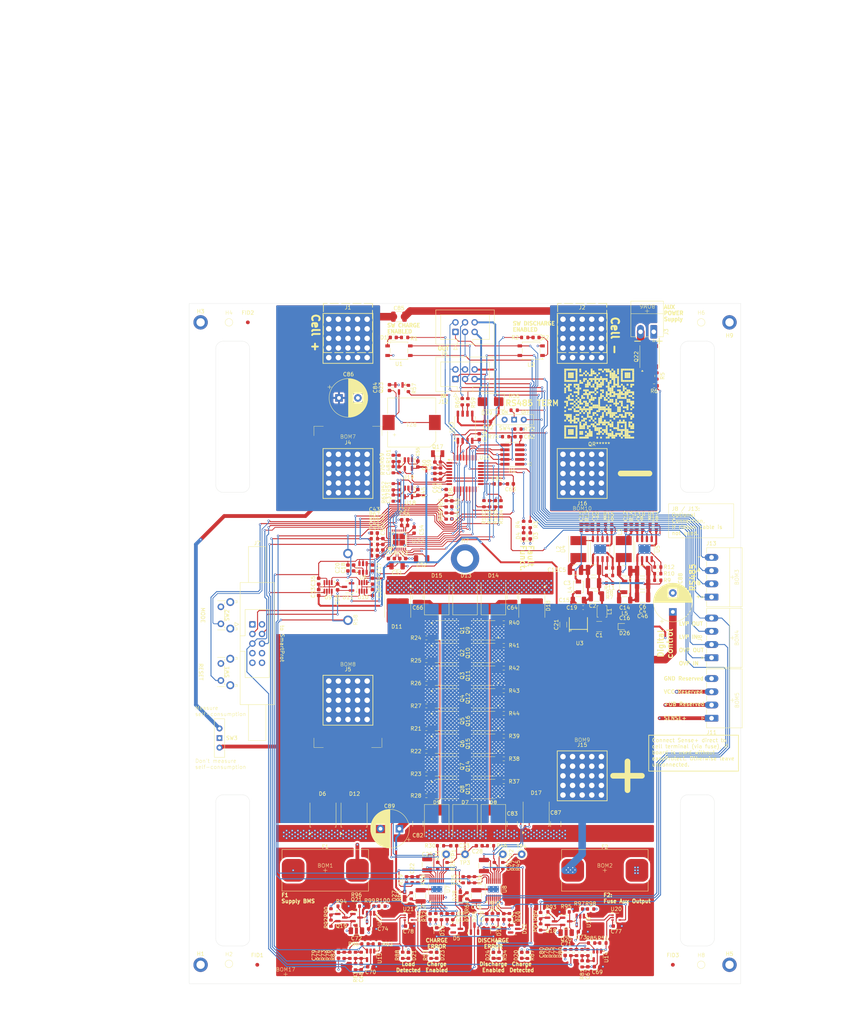
<source format=kicad_pcb>
(kicad_pcb
	(version 20241229)
	(generator "pcbnew")
	(generator_version "9.0")
	(general
		(thickness 1.74)
		(legacy_teardrops no)
	)
	(paper "A3" portrait)
	(layers
		(0 "F.Cu" signal)
		(4 "In1.Cu" signal)
		(6 "In2.Cu" signal)
		(8 "In3.Cu" signal)
		(10 "In4.Cu" signal)
		(2 "B.Cu" signal)
		(9 "F.Adhes" user "F.Adhesive")
		(11 "B.Adhes" user "B.Adhesive")
		(13 "F.Paste" user)
		(15 "B.Paste" user)
		(5 "F.SilkS" user "F.Silkscreen")
		(7 "B.SilkS" user "B.Silkscreen")
		(1 "F.Mask" user)
		(3 "B.Mask" user)
		(17 "Dwgs.User" user "User.Drawings")
		(19 "Cmts.User" user "User.Comments")
		(21 "Eco1.User" user "User.Eco1")
		(23 "Eco2.User" user "User.Eco2")
		(25 "Edge.Cuts" user)
		(27 "Margin" user)
		(31 "F.CrtYd" user "F.Courtyard")
		(29 "B.CrtYd" user "B.Courtyard")
		(35 "F.Fab" user)
		(33 "B.Fab" user)
		(39 "User.1" user)
		(41 "User.2" user "User.2 -Bemaßung")
		(43 "User.3" user "User.3 - Heatsink")
		(45 "User.4" user)
		(47 "User.5" user)
		(49 "User.6" user)
		(51 "User.7" user)
		(53 "User.8" user)
		(55 "User.9" user)
	)
	(setup
		(stackup
			(layer "F.SilkS"
				(type "Top Silk Screen")
			)
			(layer "F.Paste"
				(type "Top Solder Paste")
			)
			(layer "F.Mask"
				(type "Top Solder Mask")
				(color "Red")
				(thickness 0.01)
			)
			(layer "F.Cu"
				(type "copper")
				(thickness 0.07)
			)
			(layer "dielectric 1"
				(type "prepreg")
				(thickness 0.1)
				(material "FR4")
				(epsilon_r 4.5)
				(loss_tangent 0.02)
			)
			(layer "In1.Cu"
				(type "copper")
				(thickness 0.07)
			)
			(layer "dielectric 2"
				(type "core")
				(thickness 0.535)
				(material "FR4")
				(epsilon_r 4.5)
				(loss_tangent 0.02)
			)
			(layer "In2.Cu"
				(type "copper")
				(thickness 0.07)
			)
			(layer "dielectric 3"
				(type "prepreg")
				(thickness 0.1)
				(material "FR4")
				(epsilon_r 4.5)
				(loss_tangent 0.02)
			)
			(layer "In3.Cu"
				(type "copper")
				(thickness 0.035)
			)
			(layer "dielectric 4"
				(type "core")
				(thickness 0.535)
				(material "FR4")
				(epsilon_r 4.5)
				(loss_tangent 0.02)
			)
			(layer "In4.Cu"
				(type "copper")
				(thickness 0.035)
			)
			(layer "dielectric 5"
				(type "prepreg")
				(thickness 0.1)
				(material "FR4")
				(epsilon_r 4.5)
				(loss_tangent 0.02)
			)
			(layer "B.Cu"
				(type "copper")
				(thickness 0.07)
			)
			(layer "B.Mask"
				(type "Bottom Solder Mask")
				(thickness 0.01)
			)
			(layer "B.Paste"
				(type "Bottom Solder Paste")
			)
			(layer "B.SilkS"
				(type "Bottom Silk Screen")
			)
			(copper_finish "None")
			(dielectric_constraints no)
		)
		(pad_to_mask_clearance 0)
		(allow_soldermask_bridges_in_footprints no)
		(tenting front back)
		(aux_axis_origin 100 120)
		(grid_origin 173 120)
		(pcbplotparams
			(layerselection 0x00000000_00000000_55555555_5755f5ff)
			(plot_on_all_layers_selection 0x00000000_00000000_00000000_00000000)
			(disableapertmacros no)
			(usegerberextensions no)
			(usegerberattributes yes)
			(usegerberadvancedattributes yes)
			(creategerberjobfile yes)
			(dashed_line_dash_ratio 12.000000)
			(dashed_line_gap_ratio 3.000000)
			(svgprecision 4)
			(plotframeref no)
			(mode 1)
			(useauxorigin no)
			(hpglpennumber 1)
			(hpglpenspeed 20)
			(hpglpendiameter 15.000000)
			(pdf_front_fp_property_popups yes)
			(pdf_back_fp_property_popups yes)
			(pdf_metadata yes)
			(pdf_single_document no)
			(dxfpolygonmode yes)
			(dxfimperialunits yes)
			(dxfusepcbnewfont yes)
			(psnegative no)
			(psa4output no)
			(plot_black_and_white yes)
			(plotinvisibletext no)
			(sketchpadsonfab no)
			(plotpadnumbers no)
			(hidednponfab no)
			(sketchdnponfab yes)
			(crossoutdnponfab yes)
			(subtractmaskfromsilk no)
			(outputformat 1)
			(mirror no)
			(drillshape 1)
			(scaleselection 1)
			(outputdirectory "")
		)
	)
	(net 0 "")
	(net 1 "Net-(D1-K)")
	(net 2 "GND")
	(net 3 "Net-(D2-K)")
	(net 4 "VCC")
	(net 5 "Net-(D1-A)")
	(net 6 "BAT+CONTROLED")
	(net 7 "Net-(C10-Pad1)")
	(net 8 "5V5")
	(net 9 "Net-(U3-SS)")
	(net 10 "5V0")
	(net 11 "VREF")
	(net 12 "/ps/in")
	(net 13 "Net-(J3-2)")
	(net 14 "/greenMeter/ISENSE_FAST+")
	(net 15 "/greenMeter/ISENSE_PREZ+")
	(net 16 "/greenMeter/ISENSE_PREZ-")
	(net 17 "Net-(Q4-G)")
	(net 18 "/greenMeter/ISENSE_FAST-")
	(net 19 "Net-(Q5-G)")
	(net 20 "Net-(Q6-G)")
	(net 21 "Net-(Q7-G)")
	(net 22 "Net-(Q8-G)")
	(net 23 "Net-(U18-+IN)")
	(net 24 "Net-(D4-A)")
	(net 25 "Net-(J3-1)")
	(net 26 "/greenMeter/RS485_D")
	(net 27 "Net-(U19-+IN)")
	(net 28 "Net-(U22-CAPN)")
	(net 29 "/greenMeter/RS485_R")
	(net 30 "/greenMeter/SPI1_MOSI")
	(net 31 "/greenMeter/ADC_START")
	(net 32 "/greenMeter/SPI1_MISO")
	(net 33 "/greenMeter/ADC_DRDY")
	(net 34 "/greenMeter/ADC_RESET")
	(net 35 "/greenMeter/ADC_CS")
	(net 36 "/greenMeter/SPI1_SCK")
	(net 37 "/OVP_IN")
	(net 38 "/chargeControl/SNS+")
	(net 39 "/chargeControl/SNS-")
	(net 40 "/LVP_IN")
	(net 41 "/OVP_OUT")
	(net 42 "/LVP_OUT")
	(net 43 "Net-(Q1-G)")
	(net 44 "Net-(Q2-G)")
	(net 45 "Net-(Q3-G)")
	(net 46 "/greenMeter/CHARGE_ENABLED")
	(net 47 "/greenMeter/DISCHARGE_ENABLED")
	(net 48 "/greenMeter/AUX_EN")
	(net 49 "/greenMeter/ISENSE+")
	(net 50 "/greenMeter/ISENSE-")
	(net 51 "/greenMeter/SWCLK")
	(net 52 "/switchControl/CHG_DETECTED")
	(net 53 "Net-(U16--)")
	(net 54 "/switchControl/LOAD_DETECTED")
	(net 55 "unconnected-(J7-Pin_7-Pad7)")
	(net 56 "/greenMeter/USENSE_SHUNT_BUF")
	(net 57 "/greenMeter/USENSE+_BUF")
	(net 58 "/greenMeter/SWDIO")
	(net 59 "/CHARGE_CONTROL")
	(net 60 "Net-(Q22-G)")
	(net 61 "Net-(U12-PA10{slash}NC)")
	(net 62 "Net-(Q13-G)")
	(net 63 "Net-(Q14-G)")
	(net 64 "Net-(Q15-G)")
	(net 65 "Net-(Q16-G)")
	(net 66 "/BUS_+5V")
	(net 67 "Net-(U4-VIN)")
	(net 68 "Net-(U4-BST)")
	(net 69 "Net-(U4-SW)")
	(net 70 "Net-(U5-SW)")
	(net 71 "Net-(U5-BST)")
	(net 72 "Net-(C11-Pad1)")
	(net 73 "Net-(U4-FB)")
	(net 74 "Net-(U5-FB)")
	(net 75 "Net-(C11-Pad2)")
	(net 76 "Net-(C12-Pad2)")
	(net 77 "Net-(U6-FILTER)")
	(net 78 "Net-(U7-SNS-)")
	(net 79 "Net-(C23-Pad1)")
	(net 80 "Net-(U7-TIMER)")
	(net 81 "Net-(U8-SNS-)")
	(net 82 "Net-(U8-TIMER)")
	(net 83 "Net-(U22-CAPP)")
	(net 84 "Net-(U12-PC14)")
	(net 85 "Net-(U12-PC15)")
	(net 86 "Net-(U12-PC6)")
	(net 87 "Net-(Q20-C)")
	(net 88 "Net-(Q21-C)")
	(net 89 "Net-(D2-A)")
	(net 90 "Net-(D3-A)")
	(net 91 "/BUS_GND")
	(net 92 "/BUS_B")
	(net 93 "Net-(D10-K)")
	(net 94 "Net-(D16-K)")
	(net 95 "Net-(D20-A)")
	(net 96 "Net-(D21-A)")
	(net 97 "/BUS_A")
	(net 98 "/chargeControl/vcc_int")
	(net 99 "/dischargeControl/vcc_int")
	(net 100 "unconnected-(D5-NC-Pad2)")
	(net 101 "unconnected-(D22-NC-Pad2)")
	(net 102 "Net-(Q9-G)")
	(net 103 "Net-(Q10-G)")
	(net 104 "Net-(Q11-G)")
	(net 105 "Net-(Q12-G)")
	(net 106 "Net-(U4-EN{slash}UVLO)")
	(net 107 "Net-(U5-EN{slash}UVLO)")
	(net 108 "Net-(U4-RON)")
	(net 109 "Net-(U5-RON)")
	(net 110 "Net-(U7-TGDN)")
	(net 111 "Net-(U7-ISET)")
	(net 112 "Net-(U7-TGUP)")
	(net 113 "Net-(U7-VCCUV)")
	(net 114 "Net-(U8-TGDN)")
	(net 115 "Net-(U8-ISET)")
	(net 116 "Net-(U8-TGUP)")
	(net 117 "Net-(U8-VCCUV)")
	(net 118 "Net-(U15-+)")
	(net 119 "Net-(U14-+)")
	(net 120 "Net-(U14--)")
	(net 121 "Net-(Q18-B)")
	(net 122 "Net-(Q19-B)")
	(net 123 "Net-(Q18-C)")
	(net 124 "Net-(Q19-C)")
	(net 125 "Net-(U17--)")
	(net 126 "Net-(U7-IMON)")
	(net 127 "Net-(U8-IMON)")
	(net 128 "Net-(U11-V_{OUT})")
	(net 129 "Net-(U16-Pad1)")
	(net 130 "Net-(U17-Pad1)")
	(net 131 "/LOAD_CONTROL")
	(net 132 "/chargeControl/SWITCH_OUT")
	(net 133 "/chargeControl/SWITCH_IN")
	(net 134 "/chargeControl/BST")
	(net 135 "/dischargeControl/BST")
	(net 136 "/U_SENSE+")
	(net 137 "/greenMeter/LVP_SENSE_DIV")
	(net 138 "/greenMeter/OVP_SENSE_DIV")
	(net 139 "Net-(D23-A)")
	(net 140 "Net-(D24-A)")
	(net 141 "/B+Terminal")
	(net 142 "Net-(SW3-B)")
	(net 143 "Net-(BZ1--)")
	(net 144 "/greenMeter/Buzzer")
	(net 145 "/chargeControl/~{Fault}")
	(net 146 "R2{slash}COM")
	(net 147 "Net-(Q23-B)")
	(net 148 "/dischargeControl/~{Fault}")
	(net 149 "Net-(U15--)")
	(net 150 "Net-(U22-REFOUT)")
	(net 151 "Net-(U22-BYPASS)")
	(net 152 "Net-(U13-A)")
	(net 153 "Net-(U13-B)")
	(net 154 "unconnected-(U22-NC-7-Pad25)")
	(net 155 "unconnected-(U22-NC-6-Pad24)")
	(net 156 "unconnected-(U22-NC-8-Pad26)")
	(net 157 "unconnected-(U22-NC-3-Pad21)")
	(net 158 "unconnected-(U22-NC-4-Pad22)")
	(net 159 "unconnected-(U22-NC-9-Pad27)")
	(net 160 "unconnected-(U22-NC-2-Pad20)")
	(net 161 "unconnected-(U22-NC-1-Pad19)")
	(net 162 "unconnected-(U22-NC-5-Pad23)")
	(net 163 "Net-(C28-Pad1)")
	(net 164 "unconnected-(H1-Pad1)")
	(net 165 "unconnected-(H3-Pad1)")
	(net 166 "unconnected-(H5-Pad1)")
	(net 167 "unconnected-(H9-Pad1)")
	(net 168 "Net-(R55-Pad2)")
	(net 169 "Net-(R62-Pad2)")
	(net 170 "~{OC_FAULT}")
	(net 171 "Net-(SW4-B)")
	(net 172 "unconnected-(SW4-A-Pad3)")
	(net 173 "Net-(D26-K)")
	(net 174 "Net-(D27-K)")
	(net 175 "Net-(D28-K)")
	(net 176 "/p_good")
	(net 177 "Net-(U7-VIN)")
	(net 178 "Net-(U8-VIN)")
	(net 179 "unconnected-(H7-Pad1)")
	(footprint "Connector_Pin:Pin_D1.0mm_L10.0mm" (layer "F.Cu") (at 168 265.75))
	(footprint "Resistor_SMD:R_0603_1608Metric" (layer "F.Cu") (at 195.75 281 180))
	(footprint "Connector_PinHeader_1.27mm:PinHeader_2x05_P1.27mm_Vertical_SMD" (layer "F.Cu") (at 185.5 160 180))
	(footprint "Capacitor_SMD:C_1210_3225Metric" (layer "F.Cu") (at 163 268.525 -90))
	(footprint "Resistor_SMD:R_0603_1608Metric" (layer "F.Cu") (at 145.5 292.5 90))
	(footprint "Resistor_SMD:R_0603_1608Metric" (layer "F.Cu") (at 155.5 168.5 -90))
	(footprint "Resistor_SMD:R_0603_1608Metric" (layer "F.Cu") (at 168 173 90))
	(footprint "Resistor_SMD:R_0603_1608Metric" (layer "F.Cu") (at 203.25 280.25))
	(footprint "Capacitor_SMD:C_0603_1608Metric" (layer "F.Cu") (at 168 170 -90))
	(footprint "Resistor_SMD:R_0603_1608Metric" (layer "F.Cu") (at 223.045 141.79))
	(footprint "Resistor_SMD:R_0603_1608Metric" (layer "F.Cu") (at 183.25 246.5 180))
	(footprint "myConnector:IDC-Header_2x05_P2.54mm_Latch9.5mm_Vertical" (layer "F.Cu") (at 116.71 204.92))
	(footprint "Capacitor_SMD:C_0603_1608Metric" (layer "F.Cu") (at 165 162.75 90))
	(footprint "Resistor_SMD:R_0603_1608Metric" (layer "F.Cu") (at 149 182.25))
	(footprint "Package_TO_SOT_SMD:TO-252-2" (layer "F.Cu") (at 190.6775 200 -90))
	(footprint "Capacitor_SMD:C_0603_1608Metric" (layer "F.Cu") (at 153.5 187.5))
	(footprint "Resistor_SMD:R_0603_1608Metric" (layer "F.Cu") (at 144 295.5 90))
	(footprint "Capacitor_SMD:C_0603_1608Metric" (layer "F.Cu") (at 179 151.25 180))
	(footprint "Package_SO:SOIC-8_5.3x5.3mm_P1.27mm" (layer "F.Cu") (at 173 152.75 90))
	(footprint "Resistor_SMD:R_0603_1608Metric" (layer "F.Cu") (at 182.5 173 90))
	(footprint "LED_SMD:LED_0603_1608Metric" (layer "F.Cu") (at 180.5 286 -90))
	(footprint "Resistor_SMD:R_0603_1608Metric" (layer "F.Cu") (at 199.75 281))
	(footprint "Capacitor_SMD:C_0603_1608Metric" (layer "F.Cu") (at 149 186.75 180))
	(footprint "Package_SO:PowerPAK_SO-8_Single" (layer "F.Cu") (at 168 242.5))
	(footprint "Capacitor_SMD:C_0603_1608Metric" (layer "F.Cu") (at 213 284.75 180))
	(footprint "LED_SMD:LED_0603_1608Metric" (layer "F.Cu") (at 180.5 292.5 -90))
	(footprint "myDiode:SODFL2512X73N" (layer "F.Cu") (at 215.25 205.5))
	(footprint "Package_TO_SOT_SMD:SOT-23"
		(layer "F.Cu")
		(uuid "1db93de7-e106-4232-a8bc-110e2601a165")
		(at 199.75 283.5)
		(descr "SOT, 3 Pin (JEDEC TO-236 Var AB https://www.jedec.org/document_search?search_api_views_fulltext=TO-236), generated with kicad-footprint-generator ipc_gullwing_generator.py")
		(tags "SOT TO_SOT_SMD")
		(property "Reference" "Q20"
			(at 0 4.75 0)
			(layer "F.SilkS")
			(uuid "9e757231-4a92-48bb-9ce8-a4d04b3a5e14")
			(effects
				(font
					(size 1 1)
					(thickness 0.15)
				)
			)
		)
		(property "Value" "BC846B"
			(at 0 2.4 0)
			(layer "F.Fab")
			(uuid "a4d22237-ecef-4654-86c0-7cc57cbf39c6")
			(effects
				(font
					(size 1 1)
					(thickness 0.15)
				)
			)
		)
		(property "Datasheet" ""
			(at 0 0 0)
			(layer "F.Fab")
			(hide yes)
			(uuid "0a52ec5e-923e-4e92-8669-f414c2e08186")
			(effects
				(font
					(size 1.27 1.27)
					(thickness 0.15)
				)
			)
		)
		(property "Description" "NPN transistor, base/emitter/collector"
			(at 0 0 0)
			(layer "F.Fab")
			(hide yes)
			(uuid "e92b4a16-4ac4-4cba-bd25-e917e0c75c10")
			(effects
				(font
					(size 1.27 1.27)
					(thickness 0.15)
				)
			)
		)
		(property "ECS Art#" "T045"
			(at 0 0 0)
			(unlocked yes)
			(layer "F.Fab")
			(hide yes)
			(uuid "c532a187-4e71-482a-83fb-1eebfe5e59c6")
			(effects
				(font
					(size 1 1)
					(thickness 0.15)
				)
			)
		)
		(property "HAN" "BC846B"
			(at 0 0 0)
			(unlocked yes)
			(layer "F.Fab")
			(hide yes)
			(uuid "6405eb2f-5274-4197-a0a0-b14c97b9db5e")
			(effects
				(font
					(size 1 1)
					(thickness 0.15)
				)
			)
		)
		(property "Voltage" ""
			(at 0 0 0)
			(unlocked yes)
			(layer "F.Fab")
			(hide yes)
			(uuid "889b99bf-e452-461b-8749-38e214b87f15")
			(effects
				(font
					(size 1 1)
					(thickness 0.15)
				)
			)
		)
		(property "Toleranz" ""
			(at 0 0 0)
			(unlocked yes)
			(layer "F.Fab")
			(hide yes)
			(uuid "94e51adb-a283-4844-a109-d3fa224ff458")
			(effects
				(font
					(size 1 1)
					(thickness 0.15)
				)
			)
		)
		(property "Hersteller" "TSC"
			(at 0 0 0)
			(unlocked yes)
			(layer "F.Fab")
			(hide yes)
			(uuid "5e5d7d0e-c671-4942-9ad6-1dee9d172160")
			(effects
				(font
					(size 1 1)
					(thickness 0.15)
				)
			)
		)
		(property "Field-1" ""
			(at 0 0 0)
			(unlocked yes)
			(layer "F.Fab")
			(hide yes)
			(uuid "31190a9a-ae0c-4627-b47c-2c6803313303")
			(effects
				(font
					(size 1 1)
					(thickness 0.15)
				)
			)
		)
		(property "Sim.Device" ""
			(at 0 0 0)
			(unlocked yes)
			(layer "F.Fab")
			(hide yes)
			(uuid "9e286e7b-21fc-4f61-9d6c-aa233cb7d2be")
			(effects
				(font
					(size 1 1)
					(thickness 0.15)
				)
			)
		)
		(property "Sim.Pins" ""
			(at 0 0 0)
			(unlocked yes)
			(layer "F.Fab")
			(hide yes)
			(uuid "23dbbab5-d61b-459e-b820-911e0f37731f")
			(effects
				(font
					(size 1 1)
					(thickness 0.15)
				)
			)
		)
		(path "/81d06683-0ac5-4428-9aba-04cf8d65750e/352163b4-5867-46ae-bbb6-c33e4a634093")
		(sheetname "/switchControl/")
		(sheetfile "switch_control.kicad_sch")
		(attr smd)
		(fp_line
			(start 0 -1.56)
			(end -0.65 -1.56)
			(stroke
				(width 0.12)
				(type solid)
			)
			(layer "F.SilkS")
			(uuid "5145445e-088f-4815-ac4a-8b93f8111c34")
		)
		(fp_line
			(start 0 -1.56)
			(end 0.65 -1.56)
			(stroke
				(width 0.12)
				(type solid)
			)
			(layer "F.SilkS")
			(uuid "5d530dec-2a75-4c3f-ae2a-79315d1987da")
		)
		(fp_line
			(start 0 1.56)
			(end -0.65 1.56)
			(stroke
				(width 0.12)
				(type solid)
			)
			(layer "F.SilkS")
			(uuid "ee21e81b-5be8-41ef-8d70-e1d46197e981")
		)
		(fp_line
			(start 0 1.56)
			(end 0.65 1.56)
			(stroke
				(width 0.12)
				(type solid)
			)
			(layer "F.SilkS")
			(uuid "4711969c-905f-481f-81a2-c2996f4d6bc0")
		)
		(fp_poly
			(pts
				(xy -1.1625 -1.51) (xy -1.4025 -1.84) (xy -0.9225 -1.84) (xy -1.1625 -1.51)
			)
			(stroke
				(width 0.12)
				(type solid)
			)
			(fill yes)
			(layer "F.SilkS")
			(uuid "1ee5b765-624f-4db3-a190-e60526aa031f")
		)
		(fp_line
			(start -1.92 -1.7)
			(end -1.92 1.7)
			(stroke
				(width 0.05)
				(type solid)
			)
			(layer "F.CrtYd")
			(uuid "662fcda6-c9f8-4231-8ab5-8da4d4cadff8")
		)
		(fp_line
			(start -1.92 1.7)
			(end 1.92 1.7)
			(stroke
				(width 0.05)
				(type solid)
			)
			(layer "F.CrtYd")
			(uuid "165e0ff6-4d3e-4b20-80a2-c35776f391b1")
		)
		(fp_line
			(start 1.92 -1.7)
			(end -1.92 -1.7)
			(stroke
				(width 0.05)
				(type solid)
			)
			(layer "F.CrtYd")
			(uuid "e701a8da-d7de-4f58-9468-03cbe44b289d")
		)
		(fp_line
			(start 1.92 1.7)
			(end 1.92 -1.7)
			(stroke
				(width 0.05)
				(type solid)
			)
			(layer "F.CrtYd")
			(uuid "266d97eb-26ec-4810-b9bd-d8c25c6c7919")
		)
		(fp_line
			(start -0.65 -1.125)
			(end -0.325 -1.45)
			(stroke
				(width 0.1)
				(type solid)
			)
			(layer "F.Fab")
			(uuid "3db1e804-966e-4b62-a5c1-21aad1dfaa85")
		)
		(fp_line
			(start -0.65 1.45)
			(end -0.65 -1.125)
			(stroke
				(width 0.1)
				(type solid)
			)
			(layer "F.Fab")
			(uuid "40e709e6-942a-479f-8d4e-4b8dd01e7eca")
		)
		(fp_line
			(start -0.325 -1.45)
			(end 0.65 -1.45)
			(stroke
				(width 0.1)
				(type solid)
			)
			(layer "F.Fab")
			(uuid "2c4f08c3-3c42-49b8-88a0-6fa6b9a4e70f")
		)
		(fp_line
			(start 0.65 -1.45)
			(end 0.65 1.45)
			(stroke
				(width 0.1)
				(type solid)
			)
			(layer "F.Fab")
			(uuid "a04d5a03-6274-4cd2-b4f4-1b3ab2d093be")
		)
		(fp_line
			(start 0.65 1.45)
			(end -0.65 1.45)
			(stroke
				(width 0.1)
				(type solid)
			)
			(layer "F.Fab")
			(uuid "edc9efd7-e452-4c92-8411-0d2d6d95709d")
		)
		(fp_text user "${REFERENCE}"
			(at 0 0 0)
			(layer "F.Fab")
			(uuid "a1efd3bb-6e6f-4735-b56d-7bf32b021b5f")
			(effects
				(font
					(size 0.32 0.32)
					(thickness 0.05)
				)
			)
		)
		(pad "1" smd roundrect
			(at -0.9375 -0.95)
			(size 1.475 0.6)
			(layers "F.Cu" "F.Mask" "F.Paste")
			(roundrect_rratio 0.25)
			(net 123 "Net-(Q18-C)")
			(pinfunction "B")
			(pintype "input")
			(uuid "d30beea5-2dea-4280-a4e0-d469650898a8")
		)
		(pad "2" smd roundrect
			(at -0.9375 0.95)
			(size 1.475 0.6)
			(layers "F.Cu" "F.Mask" "F.Paste")
			(roundrect_rratio 0.25
... [4024441 chars truncated]
</source>
